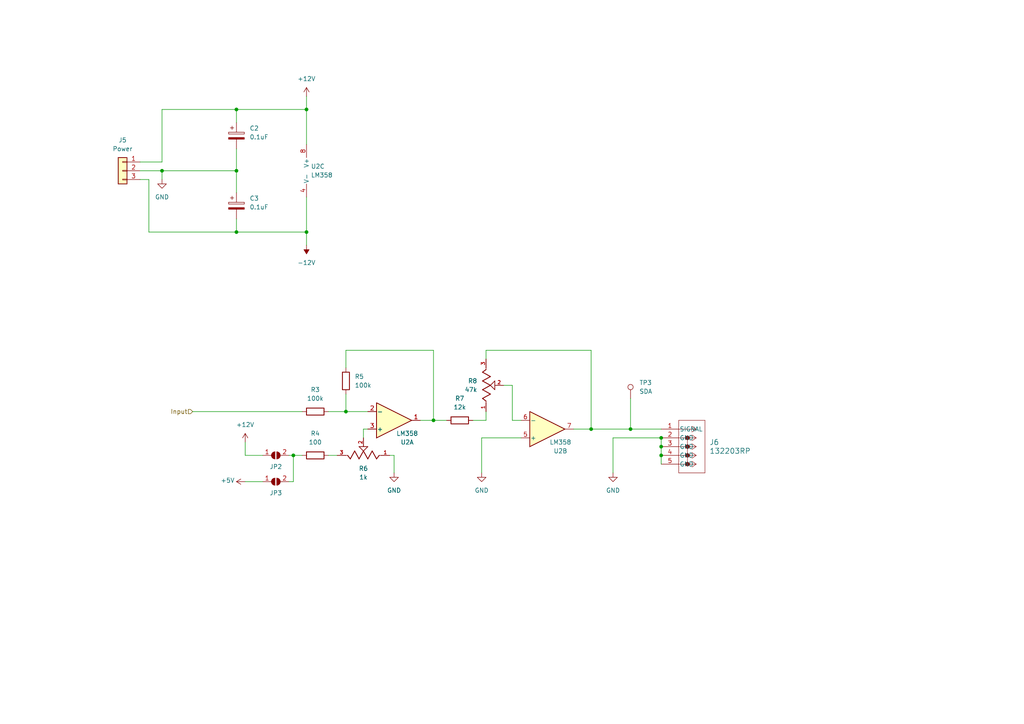
<source format=kicad_sch>
(kicad_sch (version 20231120) (generator "eeschema") (generator_version "8.0")
  (paper "A4")
  (lib_symbols
    (symbol "Amplifier_Operational:LM358" (pin_names (offset 0.127))
      (property "Reference" "U" (at 0 5.08 0))
      (property "Value" "LM358" (at 0 -5.08 0))
      (symbol "LM358_1_1"
        (polyline (pts (xy -5.08 5.08) (xy 5.08 0) (xy -5.08 -5.08) (xy -5.08 5.08)) (stroke (width 0.254)) (fill (type background)))
        (pin output line (at 7.62 0 180) (length 2.54) (name "~") (number "1"))
        (pin input line (at -7.62 -2.54 0) (length 2.54) (name "-") (number "2"))
        (pin input line (at -7.62 2.54 0) (length 2.54) (name "+") (number "3"))
      )
      (symbol "LM358_2_1"
        (polyline (pts (xy -5.08 5.08) (xy 5.08 0) (xy -5.08 -5.08) (xy -5.08 5.08)) (stroke (width 0.254)) (fill (type background)))
        (pin input line (at -7.62 2.54 0) (length 2.54) (name "+") (number "5"))
        (pin input line (at -7.62 -2.54 0) (length 2.54) (name "-") (number "6"))
        (pin output line (at 7.62 0 180) (length 2.54) (name "~") (number "7"))
      )
      (symbol "LM358_3_1"
        (pin power_in line (at -2.54 -7.62 90) (length 3.81) (name "V-") (number "4"))
        (pin power_in line (at -2.54 7.62 270) (length 3.81) (name "V+") (number "8"))
      )
    )
    (symbol "Connector:TestPoint" (pin_numbers hide) (pin_names (offset 0.762) hide)
      (property "Reference" "TP" (at 0 6.858 0))
      (property "Value" "TestPoint" (at 0 5.08 0))
      (symbol "TestPoint_0_1"
        (circle (center 0 3.302) (radius 0.762))
      )
      (symbol "TestPoint_1_1"
        (pin passive line (at 0 0 90) (length 2.54) (name "1") (number "1"))
      )
    )
    (symbol "Connector_Generic:Conn_01x03" (pin_names (offset 1.016) hide)
      (property "Reference" "J" (at 0 5.08 0))
      (property "Value" "Conn_01x03" (at 0 -5.08 0))
      (symbol "Conn_01x03_1_1"
        (rectangle (start -1.27 -2.413) (end 0 -2.667) (stroke (width 0.1524)))
        (rectangle (start -1.27 0.127) (end 0 -0.127) (stroke (width 0.1524)))
        (rectangle (start -1.27 2.667) (end 0 2.413) (stroke (width 0.1524)))
        (rectangle (start -1.27 3.81) (end 1.27 -3.81) (stroke (width 0.254)) (fill (type background)))
        (pin passive line (at -5.08 2.54 0) (length 3.81) (name "Pin_1") (number "1"))
        (pin passive line (at -5.08 0 0) (length 3.81) (name "Pin_2") (number "2"))
        (pin passive line (at -5.08 -2.54 0) (length 3.81) (name "Pin_3") (number "3"))
      )
    )
    (symbol "Device:C_Polarized" (pin_numbers hide) (pin_names (offset 0.254))
      (property "Reference" "C" (at 0.635 2.54 0))
      (property "Value" "C_Polarized" (at 0.635 -2.54 0))
      (symbol "C_Polarized_0_1"
        (rectangle (start -2.286 0.508) (end 2.286 1.016))
        (polyline (pts (xy -1.778 2.286) (xy -0.762 2.286)))
        (polyline (pts (xy -1.27 2.794) (xy -1.27 1.778)))
        (rectangle (start 2.286 -0.508) (end -2.286 -1.016) (fill (type outline)))
      )
      (symbol "C_Polarized_1_1"
        (pin passive line (at 0 3.81 270) (length 2.794) (name "~") (number "1"))
        (pin passive line (at 0 -3.81 90) (length 2.794) (name "~") (number "2"))
      )
    )
    (symbol "Device:R" (pin_numbers hide) (pin_names (offset 0))
      (property "Reference" "R" (at 2.032 0 90))
      (property "Value" "R" (at 0 0 90))
      (symbol "R_0_1"
        (rectangle (start -1.016 -2.54) (end 1.016 2.54) (stroke (width 0.254)))
      )
      (symbol "R_1_1"
        (pin passive line (at 0 3.81 270) (length 1.27) (name "~") (number "1"))
        (pin passive line (at 0 -3.81 90) (length 1.27) (name "~") (number "2"))
      )
    )
    (symbol "Jumper:SolderJumper_2_Open" (pin_names (offset 0) hide)
      (property "Reference" "JP" (at 0 2.032 0))
      (property "Value" "SolderJumper_2_Open" (at 0 -2.54 0))
      (symbol "SolderJumper_2_Open_0_1"
        (arc (start -0.254 1.016) (mid -1.2656 0) (end -0.254 -1.016))
        (arc (start -0.254 1.016) (mid -1.2656 0) (end -0.254 -1.016) (fill (type outline)))
        (polyline (pts (xy -0.254 1.016) (xy -0.254 -1.016)))
        (polyline (pts (xy 0.254 1.016) (xy 0.254 -1.016)))
        (arc (start 0.254 -1.016) (mid 1.2656 0) (end 0.254 1.016))
        (arc (start 0.254 -1.016) (mid 1.2656 0) (end 0.254 1.016) (fill (type outline)))
      )
      (symbol "SolderJumper_2_Open_1_1"
        (pin passive line (at -3.81 0 0) (length 2.54) (name "A") (number "1"))
        (pin passive line (at 3.81 0 180) (length 2.54) (name "B") (number "2"))
      )
    )
    (symbol "gos:132203RP" (pin_names (offset 0.254))
      (property "Reference" "J" (at 8.89 6.35 0))
      (property "Value" "132203RP" (at 0 0 0))
      (symbol "132203RP_1_1"
        (polyline (pts (xy 5.08 -12.7) (xy 12.7 -12.7)) (stroke (width 0.127)))
        (polyline (pts (xy 5.08 2.54) (xy 5.08 -12.7)) (stroke (width 0.127)))
        (polyline (pts (xy 7.62 -2.54) (xy 7.62 -10.16)) (stroke (width 0.127)))
        (polyline (pts (xy 10.16 -10.16) (xy 5.08 -10.16)) (stroke (width 0.127)))
        (polyline (pts (xy 10.16 -10.16) (xy 8.89 -11.0067)) (stroke (width 0.127)))
        (polyline (pts (xy 10.16 -10.16) (xy 8.89 -9.3133)) (stroke (width 0.127)))
        (polyline (pts (xy 10.16 -7.62) (xy 5.08 -7.62)) (stroke (width 0.127)))
        (polyline (pts (xy 10.16 -7.62) (xy 8.89 -8.4667)) (stroke (width 0.127)))
        (polyline (pts (xy 10.16 -7.62) (xy 8.89 -6.7733)) (stroke (width 0.127)))
        (polyline (pts (xy 10.16 -5.08) (xy 5.08 -5.08)) (stroke (width 0.127)))
        (polyline (pts (xy 10.16 -5.08) (xy 8.89 -5.9267)) (stroke (width 0.127)))
        (polyline (pts (xy 10.16 -5.08) (xy 8.89 -4.2333)) (stroke (width 0.127)))
        (polyline (pts (xy 10.16 -2.54) (xy 5.08 -2.54)) (stroke (width 0.127)))
        (polyline (pts (xy 10.16 -2.54) (xy 8.89 -3.3867)) (stroke (width 0.127)))
        (polyline (pts (xy 10.16 -2.54) (xy 8.89 -1.6933)) (stroke (width 0.127)))
        (polyline (pts (xy 10.16 0) (xy 5.08 0)) (stroke (width 0.127)))
        (polyline (pts (xy 10.16 0) (xy 8.89 -0.8467)) (stroke (width 0.127)))
        (polyline (pts (xy 10.16 0) (xy 8.89 0.8467)) (stroke (width 0.127)))
        (polyline (pts (xy 12.7 -12.7) (xy 12.7 2.54)) (stroke (width 0.127)))
        (polyline (pts (xy 12.7 2.54) (xy 5.08 2.54)) (stroke (width 0.127)))
        (circle (center 7.62 -10.16) (radius 0.127) (stroke (width 0.508)))
        (circle (center 7.62 -7.62) (radius 0.127) (stroke (width 0.508)))
        (circle (center 7.62 -5.08) (radius 0.127) (stroke (width 0.508)))
        (circle (center 7.62 -2.54) (radius 0.127) (stroke (width 0.508)))
        (pin unspecified line (at 0 0 0) (length 5.08) (name "SIGNAL") (number "1"))
        (pin unspecified line (at 0 -2.54 0) (length 5.08) (name "GND") (number "2"))
        (pin unspecified line (at 0 -5.08 0) (length 5.08) (name "GND") (number "3"))
        (pin unspecified line (at 0 -7.62 0) (length 5.08) (name "GND") (number "4"))
        (pin unspecified line (at 0 -10.16 0) (length 5.08) (name "GND") (number "5"))
      )
      (symbol "132203RP_1_2"
        (polyline (pts (xy 5.08 -12.7) (xy 12.7 -12.7)) (stroke (width 0.127)))
        (polyline (pts (xy 5.08 2.54) (xy 5.08 -12.7)) (stroke (width 0.127)))
        (polyline (pts (xy 6.35 -2.54) (xy 6.35 -10.16)) (stroke (width 0.127)))
        (polyline (pts (xy 7.62 -10.16) (xy 5.08 -10.16)) (stroke (width 0.127)))
        (polyline (pts (xy 7.62 -10.16) (xy 8.89 -11.0067)) (stroke (width 0.127)))
        (polyline (pts (xy 7.62 -10.16) (xy 8.89 -9.3133)) (stroke (width 0.127)))
        (polyline (pts (xy 7.62 -7.62) (xy 5.08 -7.62)) (stroke (width 0.127)))
        (polyline (pts (xy 7.62 -7.62) (xy 8.89 -8.4667)) (stroke (width 0.127)))
        (polyline (pts (xy 7.62 -7.62) (xy 8.89 -6.7733)) (stroke (width 0.127)))
        (polyline (pts (xy 7.62 -5.08) (xy 5.08 -5.08)) (stroke (width 0.127)))
        (polyline (pts (xy 7.62 -5.08) (xy 8.89 -5.9267)) (stroke (width 0.127)))
        (polyline (pts (xy 7.62 -5.08) (xy 8.89 -4.2333)) (stroke (width 0.127)))
        (polyline (pts (xy 7.62 -2.54) (xy 5.08 -2.54)) (stroke (width 0.127)))
        (polyline (pts (xy 7.62 -2.54) (xy 8.89 -3.3867)) (stroke (width 0.127)))
        (polyline (pts (xy 7.62 -2.54) (xy 8.89 -1.6933)) (stroke (width 0.127)))
        (polyline (pts (xy 7.62 0) (xy 5.08 0)) (stroke (width 0.127)))
        (polyline (pts (xy 7.62 0) (xy 8.89 -0.8467)) (stroke (width 0.127)))
        (polyline (pts (xy 7.62 0) (xy 8.89 0.8467)) (stroke (width 0.127)))
        (polyline (pts (xy 12.7 -12.7) (xy 12.7 2.54)) (stroke (width 0.127)))
        (polyline (pts (xy 12.7 2.54) (xy 5.08 2.54)) (stroke (width 0.127)))
        (circle (center 6.35 -10.16) (radius 0.127) (stroke (width 0.508)))
        (circle (center 6.35 -7.62) (radius 0.127) (stroke (width 0.508)))
        (circle (center 6.35 -5.08) (radius 0.127) (stroke (width 0.508)))
        (circle (center 6.35 -2.54) (radius 0.127) (stroke (width 0.508)))
        (pin unspecified line (at 0 0 0) (length 5.08) (name "SIGNAL") (number "1"))
        (pin unspecified line (at 0 -2.54 0) (length 5.08) (name "GND") (number "2"))
        (pin unspecified line (at 0 -5.08 0) (length 5.08) (name "GND") (number "3"))
        (pin unspecified line (at 0 -7.62 0) (length 5.08) (name "GND") (number "4"))
        (pin unspecified line (at 0 -10.16 0) (length 5.08) (name "GND") (number "5"))
      )
    )
    (symbol "gos:3352T-1-102LF" (pin_names (offset 1.016))
      (property "Reference" "R" (at -5.08 5.08 0))
      (property "Value" "3352T-1-102LF" (at -5.08 2.54 0))
      (symbol "3352T-1-102LF_0_0"
        (polyline (pts (xy -5.08 0) (xy -4.572 0)) (stroke (width 0.1524)))
        (polyline (pts (xy -4.572 0) (xy -3.81 1.016)) (stroke (width 0.254)))
        (polyline (pts (xy -3.81 1.016) (xy -2.54 -1.27)) (stroke (width 0.254)))
        (polyline (pts (xy -2.54 -1.27) (xy -1.27 1.016)) (stroke (width 0.254)))
        (polyline (pts (xy -1.27 -2.54) (xy 0 -1.27)) (stroke (width 0.2032)))
        (polyline (pts (xy -1.27 1.016) (xy 0 -1.27)) (stroke (width 0.254)))
        (polyline (pts (xy 0 -1.27) (xy 1.27 -2.54)) (stroke (width 0.2032)))
        (polyline (pts (xy 0 -1.27) (xy 1.27 1.016)) (stroke (width 0.254)))
        (polyline (pts (xy 1.27 -2.54) (xy -1.27 -2.54)) (stroke (width 0.2032)))
        (polyline (pts (xy 1.27 1.016) (xy 2.54 -1.27)) (stroke (width 0.254)))
        (polyline (pts (xy 2.54 -1.27) (xy 3.81 1.016)) (stroke (width 0.254)))
        (polyline (pts (xy 3.81 1.016) (xy 4.572 0)) (stroke (width 0.254)))
        (polyline (pts (xy 4.572 0) (xy 5.08 0)) (stroke (width 0.1524)))
        (pin passive line (at -7.62 0 0) (length 2.54) (name "~") (number "1"))
        (pin passive line (at 0 -5.08 90) (length 2.54) (name "~") (number "2"))
        (pin passive line (at 7.62 0 180) (length 2.54) (name "~") (number "3"))
      )
    )
    (symbol "power:+12V" (power) (pin_names (offset 0))
      (property "Value" "+12V" (at 0 3.556 0))
      (symbol "+12V_0_1"
        (polyline (pts (xy -0.762 1.27) (xy 0 2.54)))
        (polyline (pts (xy 0 0) (xy 0 2.54)))
        (polyline (pts (xy 0 2.54) (xy 0.762 1.27)))
      )
      (symbol "+12V_1_1"
        (pin power_in line (at 0 0 90) (length 0) hide (name "+12V") (number "1"))
      )
    )
    (symbol "power:+5V" (power) (pin_names (offset 0))
      (property "Value" "+5V" (at 0 3.556 0))
      (symbol "+5V_0_1"
        (polyline (pts (xy -0.762 1.27) (xy 0 2.54)))
        (polyline (pts (xy 0 0) (xy 0 2.54)))
        (polyline (pts (xy 0 2.54) (xy 0.762 1.27)))
      )
      (symbol "+5V_1_1"
        (pin power_in line (at 0 0 90) (length 0) hide (name "+5V") (number "1"))
      )
    )
    (symbol "power:-12V" (power) (pin_names (offset 0))
      (property "Value" "-12V" (at 0 3.81 0))
      (symbol "-12V_0_0"
        (pin power_in line (at 0 0 90) (length 0) hide (name "-12V") (number "1"))
      )
      (symbol "-12V_0_1"
        (polyline (pts (xy 0 0) (xy 0 1.27) (xy 0.762 1.27) (xy 0 2.54) (xy -0.762 1.27) (xy 0 1.27)) (fill (type outline)))
      )
    )
    (symbol "power:GND" (power) (pin_names (offset 0))
      (property "Value" "GND" (at 0 -3.81 0))
      (symbol "GND_0_1"
        (polyline (pts (xy 0 0) (xy 0 -1.27) (xy 1.27 -1.27) (xy 0 -2.54) (xy -1.27 -1.27) (xy 0 -1.27)))
      )
      (symbol "GND_1_1"
        (pin power_in line (at 0 0 270) (length 0) hide (name "GND") (number "1"))
      )
    )
  )
  (junction (at 171.45 124.46))
  (junction (at 68.58 31.75))
  (junction (at 85.09 132.08))
  (junction (at 88.9 31.75))
  (junction (at 125.73 121.92))
  (junction (at 46.99 49.53))
  (junction (at 191.77 129.54))
  (junction (at 68.58 67.31))
  (junction (at 191.77 127))
  (junction (at 68.58 49.53))
  (junction (at 191.77 132.08))
  (junction (at 182.88 124.46))
  (junction (at 88.9 67.31))
  (junction (at 100.33 119.38))
  (wire (pts (xy 137.16 121.92) (xy 140.97 121.92)))
  (wire (pts (xy 85.09 132.08) (xy 87.63 132.08)))
  (wire (pts (xy 76.2 132.08) (xy 71.12 132.08)))
  (wire (pts (xy 191.77 129.54) (xy 191.77 132.08)))
  (wire (pts (xy 171.45 124.46) (xy 166.37 124.46)))
  (wire (pts (xy 100.33 114.3) (xy 100.33 119.38)))
  (wire (pts (xy 182.88 124.46) (xy 191.77 124.46)))
  (wire (pts (xy 46.99 49.53) (xy 68.58 49.53)))
  (wire (pts (xy 68.58 67.31) (xy 88.9 67.31)))
  (wire (pts (xy 55.88 119.38) (xy 87.63 119.38)))
  (wire (pts (xy 88.9 27.94) (xy 88.9 31.75)))
  (wire (pts (xy 177.8 127) (xy 191.77 127)))
  (wire (pts (xy 171.45 124.46) (xy 182.88 124.46)))
  (wire (pts (xy 46.99 31.75) (xy 68.58 31.75)))
  (wire (pts (xy 95.25 132.08) (xy 97.79 132.08)))
  (wire (pts (xy 171.45 101.6) (xy 171.45 124.46)))
  (wire (pts (xy 40.64 46.99) (xy 46.99 46.99)))
  (wire (pts (xy 46.99 49.53) (xy 40.64 49.53)))
  (wire (pts (xy 88.9 57.15) (xy 88.9 67.31)))
  (wire (pts (xy 191.77 127) (xy 191.77 129.54)))
  (wire (pts (xy 71.12 132.08) (xy 71.12 128.27)))
  (wire (pts (xy 105.41 124.46) (xy 105.41 127)))
  (wire (pts (xy 71.12 139.7) (xy 76.2 139.7)))
  (wire (pts (xy 146.05 111.76) (xy 148.59 111.76)))
  (wire (pts (xy 46.99 46.99) (xy 46.99 31.75)))
  (wire (pts (xy 191.77 132.08) (xy 191.77 134.62)))
  (wire (pts (xy 125.73 121.92) (xy 129.54 121.92)))
  (wire (pts (xy 68.58 31.75) (xy 68.58 35.56)))
  (wire (pts (xy 100.33 106.68) (xy 100.33 101.6)))
  (wire (pts (xy 40.64 52.07) (xy 43.18 52.07)))
  (wire (pts (xy 148.59 111.76) (xy 148.59 121.92)))
  (wire (pts (xy 68.58 49.53) (xy 68.58 55.88)))
  (wire (pts (xy 148.59 121.92) (xy 151.13 121.92)))
  (wire (pts (xy 106.68 124.46) (xy 105.41 124.46)))
  (wire (pts (xy 100.33 101.6) (xy 125.73 101.6)))
  (wire (pts (xy 140.97 119.38) (xy 140.97 121.92)))
  (wire (pts (xy 43.18 67.31) (xy 68.58 67.31)))
  (wire (pts (xy 114.3 132.08) (xy 114.3 137.16)))
  (wire (pts (xy 182.88 115.57) (xy 182.88 124.46)))
  (wire (pts (xy 43.18 52.07) (xy 43.18 67.31)))
  (wire (pts (xy 125.73 101.6) (xy 125.73 121.92)))
  (wire (pts (xy 95.25 119.38) (xy 100.33 119.38)))
  (wire (pts (xy 46.99 52.07) (xy 46.99 49.53)))
  (wire (pts (xy 85.09 132.08) (xy 85.09 139.7)))
  (wire (pts (xy 83.82 132.08) (xy 85.09 132.08)))
  (wire (pts (xy 68.58 63.5) (xy 68.58 67.31)))
  (wire (pts (xy 121.92 121.92) (xy 125.73 121.92)))
  (wire (pts (xy 68.58 31.75) (xy 88.9 31.75)))
  (wire (pts (xy 100.33 119.38) (xy 106.68 119.38)))
  (wire (pts (xy 88.9 67.31) (xy 88.9 71.12)))
  (wire (pts (xy 151.13 127) (xy 139.7 127)))
  (wire (pts (xy 177.8 137.16) (xy 177.8 127)))
  (wire (pts (xy 113.03 132.08) (xy 114.3 132.08)))
  (wire (pts (xy 68.58 43.18) (xy 68.58 49.53)))
  (wire (pts (xy 140.97 101.6) (xy 140.97 104.14)))
  (wire (pts (xy 88.9 31.75) (xy 88.9 41.91)))
  (wire (pts (xy 139.7 127) (xy 139.7 137.16)))
  (wire (pts (xy 85.09 139.7) (xy 83.82 139.7)))
  (wire (pts (xy 140.97 101.6) (xy 171.45 101.6)))
  (hierarchical_label "Input" (shape input) (at 55.88 119.38 180))
  (symbol (lib_id "Amplifier_Operational:LM358") (at 114.3 121.92 0) (mirror x) (unit 1)
    (property "Reference" "U2" (at 118.11 128.27 0))
    (property "Value" "LM358" (at 118.11 125.73 0))
    (property "Footprint" "Package_DIP:CERDIP-8_W7.62mm_SideBrazed_LongPads_Socket" (effects (hide yes)))
    (property "Datasheet" "http://www.ti.com/lit/ds/symlink/lm2904-n.pdf" (effects (hide yes)))
  )
  (symbol (lib_id "power:+5V") (at 71.12 139.7 90) (unit 1)
    (property "Reference" "#PWR018" (effects (hide yes)))
    (property "Value" "+5V" (at 68.072 139.3444 90) (effects (justify left)))
  )
  (symbol (lib_id "power:GND") (at 114.3 137.16 0) (unit 1)
    (property "Reference" "#PWR015" (effects (hide yes)))
    (property "Value" "GND" (at 114.3 142.24 0))
  )
  (symbol (lib_id "power:GND") (at 139.7 137.16 0) (unit 1)
    (property "Reference" "#PWR016" (effects (hide yes)))
    (property "Value" "GND" (at 139.7 142.24 0))
  )
  (symbol (lib_id "gos:132203RP") (at 191.77 124.46 0) (unit 1)
    (property "Reference" "J6" (at 205.74 128.2699 0) (effects (font (size 1.524 1.524)) (justify left)))
    (property "Value" "132203RP" (at 205.74 130.8099 0) (effects (font (size 1.524 1.524)) (justify left)))
    (property "Footprint" "gos:COAX4GND_132203RP_AMP" (effects (hide yes)))
    (property "Datasheet" "132203RP" (effects (hide yes)))
  )
  (symbol (lib_id "Device:R") (at 100.33 110.49 0) (unit 1)
    (property "Reference" "R5" (at 102.87 109.22 0) (effects (justify left)))
    (property "Value" "100k" (at 102.87 111.76 0) (effects (justify left)))
    (property "Footprint" "Resistor_SMD:R_1206_3216Metric_Pad1.30x1.75mm_HandSolder" (effects (hide yes)))
  )
  (symbol (lib_id "Device:R") (at 91.44 119.38 90) (unit 1)
    (property "Reference" "R3" (at 91.44 113.03 90))
    (property "Value" "100k" (at 91.44 115.57 90))
    (property "Footprint" "Resistor_SMD:R_1206_3216Metric_Pad1.30x1.75mm_HandSolder" (effects (hide yes)))
  )
  (symbol (lib_id "Connector:TestPoint") (at 182.88 115.57 0) (unit 1)
    (property "Reference" "TP3" (at 185.42 110.9979 0) (effects (justify left)))
    (property "Value" "SDA" (at 185.42 113.5379 0) (effects (justify left)))
    (property "Footprint" "TestPoint:TestPoint_Loop_D2.50mm_Drill1.0mm" (effects (hide yes)))
    (property "Description" "test point" (effects (hide yes)))
  )
  (symbol (lib_id "power:+12V") (at 88.9 27.94 0) (unit 1)
    (property "Reference" "#PWR013" (effects (hide yes)))
    (property "Value" "+12V" (at 88.9 22.86 0))
  )
  (symbol (lib_id "gos:3352T-1-102LF") (at 105.41 132.08 180) (unit 1)
    (property "Reference" "R6" (at 105.41 135.89 0))
    (property "Value" "1k" (at 105.41 138.43 0))
    (property "Footprint" "gos:TRIM_3352T-1-102LF" (effects (hide yes)))
    (property "PARTREV" "08/19" (effects (hide yes)))
    (property "STANDARD" "IPC 2221B" (effects (hide yes)))
    (property "MAXIMUM_PACKAGE_HEIGHT" "4.32mm" (effects (hide yes)))
    (property "MANUFACTURER" "Bourns" (effects (hide yes)))
  )
  (symbol (lib_id "Device:C_Polarized") (at 68.58 59.69 0) (unit 1)
    (property "Reference" "C3" (at 72.39 57.5309 0) (effects (justify left)))
    (property "Value" "0.1uF" (at 72.39 60.0709 0) (effects (justify left)))
    (property "Footprint" "Capacitor_THT:CP_Radial_D5.0mm_P2.00mm" (effects (hide yes)))
    (property "Description" "Polarized capacitor" (effects (hide yes)))
  )
  (symbol (lib_id "power:-12V") (at 88.9 71.12 0) (mirror x) (unit 1)
    (property "Reference" "#PWR014" (effects (hide yes)))
    (property "Value" "-12V" (at 88.9 76.2 0))
  )
  (symbol (lib_id "power:GND") (at 177.8 137.16 0) (unit 1)
    (property "Reference" "#PWR017" (effects (hide yes)))
    (property "Value" "GND" (at 177.8 142.24 0))
  )
  (symbol (lib_id "Jumper:SolderJumper_2_Open") (at 80.01 139.7 0) (unit 1)
    (property "Reference" "JP3" (at 80.01 142.983 0))
    (property "Value" "ID_WP" (effects (hide yes)))
    (property "Footprint" "Jumper:SolderJumper-2_P1.3mm_Open_RoundedPad1.0x1.5mm" (effects (hide yes)))
  )
  (symbol (lib_id "Jumper:SolderJumper_2_Open") (at 80.01 132.08 0) (unit 1)
    (property "Reference" "JP2" (at 80.01 135.363 0))
    (property "Value" "ID_WP" (effects (hide yes)))
    (property "Footprint" "Jumper:SolderJumper-2_P1.3mm_Open_RoundedPad1.0x1.5mm" (effects (hide yes)))
  )
  (symbol (lib_id "power:+12V") (at 71.12 128.27 0) (unit 1)
    (property "Reference" "#PWR011" (effects (hide yes)))
    (property "Value" "+12V" (at 71.12 123.19 0))
  )
  (symbol (lib_id "Device:R") (at 91.44 132.08 90) (unit 1)
    (property "Reference" "R4" (at 91.44 125.73 90))
    (property "Value" "100" (at 91.44 128.27 90))
    (property "Footprint" "Resistor_SMD:R_1206_3216Metric_Pad1.30x1.75mm_HandSolder" (effects (hide yes)))
  )
  (symbol (lib_id "gos:3352T-1-102LF") (at 140.97 111.76 90) (unit 1)
    (property "Reference" "R8" (at 138.43 110.4899 90) (effects (justify left)))
    (property "Value" "47k" (at 138.43 113.0299 90) (effects (justify left)))
    (property "Footprint" "gos:TRIM_3352T-1-102LF" (effects (hide yes)))
    (property "PARTREV" "08/19" (effects (hide yes)))
    (property "STANDARD" "IPC 2221B" (effects (hide yes)))
    (property "MAXIMUM_PACKAGE_HEIGHT" "4.32mm" (effects (hide yes)))
    (property "MANUFACTURER" "Bourns" (effects (hide yes)))
  )
  (symbol (lib_id "Connector_Generic:Conn_01x03") (at 35.56 49.53 0) (mirror y) (unit 1)
    (property "Reference" "J5" (at 35.56 40.64 0))
    (property "Value" "Power" (at 35.56 43.18 0))
    (property "Footprint" "Connector_PinHeader_2.54mm:PinHeader_1x03_P2.54mm_Vertical" (effects (hide yes)))
  )
  (symbol (lib_id "power:GND") (at 46.99 52.07 0) (unit 1)
    (property "Reference" "#PWR010" (effects (hide yes)))
    (property "Value" "GND" (at 46.99 57.15 0))
  )
  (symbol (lib_id "Device:C_Polarized") (at 68.58 39.37 0) (unit 1)
    (property "Reference" "C2" (at 72.39 37.2109 0) (effects (justify left)))
    (property "Value" "0.1uF" (at 72.39 39.7509 0) (effects (justify left)))
    (property "Footprint" "Capacitor_THT:CP_Radial_D5.0mm_P2.00mm" (effects (hide yes)))
    (property "Description" "Polarized capacitor" (effects (hide yes)))
  )
  (symbol (lib_id "Device:R") (at 133.35 121.92 90) (unit 1)
    (property "Reference" "R7" (at 133.35 115.57 90))
    (property "Value" "12k" (at 133.35 118.11 90))
    (property "Footprint" "Resistor_SMD:R_1206_3216Metric_Pad1.30x1.75mm_HandSolder" (effects (hide yes)))
  )
  (symbol (lib_id "Amplifier_Operational:LM358") (at 158.75 124.46 0) (mirror x) (unit 2)
    (property "Reference" "U2" (at 162.56 130.81 0))
    (property "Value" "LM358" (at 162.56 128.27 0))
    (property "Footprint" "Package_DIP:CERDIP-8_W7.62mm_SideBrazed_LongPads_Socket" (effects (hide yes)))
    (property "Datasheet" "http://www.ti.com/lit/ds/symlink/lm2904-n.pdf" (effects (hide yes)))
  )
  (symbol (lib_id "Amplifier_Operational:LM358") (at 91.44 49.53 0) (unit 3)
    (property "Reference" "U2" (at 90.17 48.26 0) (effects (justify left)))
    (property "Value" "LM358" (at 90.17 50.8 0) (effects (justify left)))
    (property "Footprint" "Package_DIP:CERDIP-8_W7.62mm_SideBrazed_LongPads_Socket" (effects (hide yes)))
    (property "Datasheet" "http://www.ti.com/lit/ds/symlink/lm2904-n.pdf" (effects (hide yes)))
  )
)
</source>
